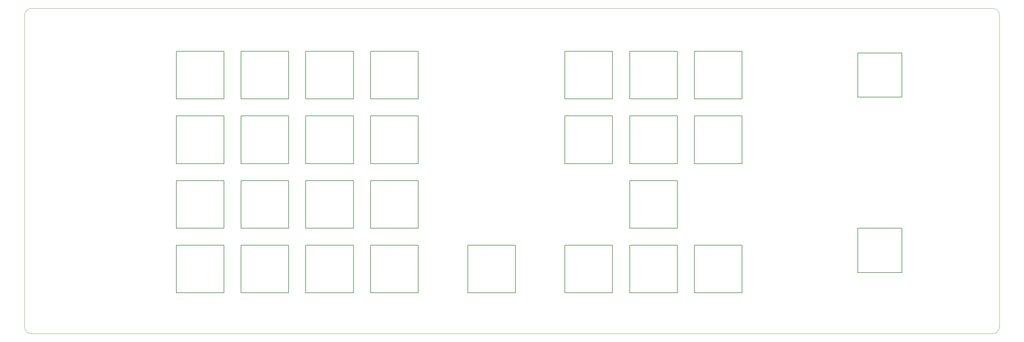
<source format=gm1>
G04 #@! TF.GenerationSoftware,KiCad,Pcbnew,(6.0.7-1)-1*
G04 #@! TF.CreationDate,2022-10-11T23:10:53+02:00*
G04 #@! TF.ProjectId,yts-switchblade,7974732d-7377-4697-9463-68626c616465,rev?*
G04 #@! TF.SameCoordinates,Original*
G04 #@! TF.FileFunction,Profile,NP*
%FSLAX46Y46*%
G04 Gerber Fmt 4.6, Leading zero omitted, Abs format (unit mm)*
G04 Created by KiCad (PCBNEW (6.0.7-1)-1) date 2022-10-11 23:10:53*
%MOMM*%
%LPD*%
G01*
G04 APERTURE LIST*
G04 #@! TA.AperFunction,Profile*
%ADD10C,0.150000*%
G04 #@! TD*
G04 #@! TA.AperFunction,Profile*
%ADD11C,0.100000*%
G04 #@! TD*
G04 APERTURE END LIST*
D10*
X221600000Y-66500000D02*
X235600000Y-66500000D01*
X235600000Y-66500000D02*
X235600000Y-80500000D01*
X235600000Y-80500000D02*
X221600000Y-80500000D01*
X221600000Y-80500000D02*
X221600000Y-66500000D01*
D11*
X330100000Y-128500000D02*
X330100000Y-36900000D01*
D10*
X288500000Y-48000000D02*
X301500000Y-48000000D01*
X301500000Y-48000000D02*
X301500000Y-61000000D01*
X301500000Y-61000000D02*
X288500000Y-61000000D01*
X288500000Y-61000000D02*
X288500000Y-48000000D01*
D11*
X44100000Y-36900000D02*
X44100000Y-128500000D01*
X328100000Y-34900000D02*
X46100000Y-34900000D01*
D10*
X221600000Y-47500000D02*
X235600000Y-47500000D01*
X235600000Y-47500000D02*
X235600000Y-61500000D01*
X235600000Y-61500000D02*
X221600000Y-61500000D01*
X221600000Y-61500000D02*
X221600000Y-47500000D01*
X202600000Y-66500000D02*
X216600000Y-66500000D01*
X216600000Y-66500000D02*
X216600000Y-80500000D01*
X216600000Y-80500000D02*
X202600000Y-80500000D01*
X202600000Y-80500000D02*
X202600000Y-66500000D01*
X145600000Y-66500000D02*
X159600000Y-66500000D01*
X159600000Y-66500000D02*
X159600000Y-80500000D01*
X159600000Y-80500000D02*
X145600000Y-80500000D01*
X145600000Y-80500000D02*
X145600000Y-66500000D01*
X88600000Y-104500000D02*
X102600000Y-104500000D01*
X102600000Y-104500000D02*
X102600000Y-118500000D01*
X102600000Y-118500000D02*
X88600000Y-118500000D01*
X88600000Y-118500000D02*
X88600000Y-104500000D01*
X107600000Y-66500000D02*
X121600000Y-66500000D01*
X121600000Y-66500000D02*
X121600000Y-80500000D01*
X121600000Y-80500000D02*
X107600000Y-80500000D01*
X107600000Y-80500000D02*
X107600000Y-66500000D01*
D11*
X46100000Y-130500000D02*
X328100000Y-130500000D01*
D10*
X88600000Y-66500000D02*
X102600000Y-66500000D01*
X102600000Y-66500000D02*
X102600000Y-80500000D01*
X102600000Y-80500000D02*
X88600000Y-80500000D01*
X88600000Y-80500000D02*
X88600000Y-66500000D01*
X240600000Y-104500000D02*
X254600000Y-104500000D01*
X254600000Y-104500000D02*
X254600000Y-118500000D01*
X254600000Y-118500000D02*
X240600000Y-118500000D01*
X240600000Y-118500000D02*
X240600000Y-104500000D01*
X145600000Y-85500000D02*
X159600000Y-85500000D01*
X159600000Y-85500000D02*
X159600000Y-99500000D01*
X159600000Y-99500000D02*
X145600000Y-99500000D01*
X145600000Y-99500000D02*
X145600000Y-85500000D01*
D11*
X46100000Y-34900000D02*
G75*
G03*
X44100000Y-36900000I0J-2000000D01*
G01*
X330100000Y-36900000D02*
G75*
G03*
X328100000Y-34900000I-2000000J0D01*
G01*
D10*
X145600000Y-104500000D02*
X159600000Y-104500000D01*
X159600000Y-104500000D02*
X159600000Y-118500000D01*
X159600000Y-118500000D02*
X145600000Y-118500000D01*
X145600000Y-118500000D02*
X145600000Y-104500000D01*
X126600000Y-47500000D02*
X140600000Y-47500000D01*
X140600000Y-47500000D02*
X140600000Y-61500000D01*
X140600000Y-61500000D02*
X126600000Y-61500000D01*
X126600000Y-61500000D02*
X126600000Y-47500000D01*
X88600000Y-85500000D02*
X102600000Y-85500000D01*
X102600000Y-85500000D02*
X102600000Y-99500000D01*
X102600000Y-99500000D02*
X88600000Y-99500000D01*
X88600000Y-99500000D02*
X88600000Y-85500000D01*
X126600000Y-104500000D02*
X140600000Y-104500000D01*
X140600000Y-104500000D02*
X140600000Y-118500000D01*
X140600000Y-118500000D02*
X126600000Y-118500000D01*
X126600000Y-118500000D02*
X126600000Y-104500000D01*
X221600000Y-104500000D02*
X235600000Y-104500000D01*
X235600000Y-104500000D02*
X235600000Y-118500000D01*
X235600000Y-118500000D02*
X221600000Y-118500000D01*
X221600000Y-118500000D02*
X221600000Y-104500000D01*
X240600000Y-66500000D02*
X254600000Y-66500000D01*
X254600000Y-66500000D02*
X254600000Y-80500000D01*
X254600000Y-80500000D02*
X240600000Y-80500000D01*
X240600000Y-80500000D02*
X240600000Y-66500000D01*
X174100000Y-104500000D02*
X188100000Y-104500000D01*
X188100000Y-104500000D02*
X188100000Y-118500000D01*
X188100000Y-118500000D02*
X174100000Y-118500000D01*
X174100000Y-118500000D02*
X174100000Y-104500000D01*
X145600000Y-47500000D02*
X159600000Y-47500000D01*
X159600000Y-47500000D02*
X159600000Y-61500000D01*
X159600000Y-61500000D02*
X145600000Y-61500000D01*
X145600000Y-61500000D02*
X145600000Y-47500000D01*
D11*
X44100000Y-128500000D02*
G75*
G03*
X46100000Y-130500000I2000000J0D01*
G01*
D10*
X107600000Y-104500000D02*
X121600000Y-104500000D01*
X121600000Y-104500000D02*
X121600000Y-118500000D01*
X121600000Y-118500000D02*
X107600000Y-118500000D01*
X107600000Y-118500000D02*
X107600000Y-104500000D01*
X107600000Y-47500000D02*
X121600000Y-47500000D01*
X121600000Y-47500000D02*
X121600000Y-61500000D01*
X121600000Y-61500000D02*
X107600000Y-61500000D01*
X107600000Y-61500000D02*
X107600000Y-47500000D01*
X202600000Y-104500000D02*
X216600000Y-104500000D01*
X216600000Y-104500000D02*
X216600000Y-118500000D01*
X216600000Y-118500000D02*
X202600000Y-118500000D01*
X202600000Y-118500000D02*
X202600000Y-104500000D01*
X240600000Y-47500000D02*
X254600000Y-47500000D01*
X254600000Y-47500000D02*
X254600000Y-61500000D01*
X254600000Y-61500000D02*
X240600000Y-61500000D01*
X240600000Y-61500000D02*
X240600000Y-47500000D01*
X88600000Y-47500000D02*
X102600000Y-47500000D01*
X102600000Y-47500000D02*
X102600000Y-61500000D01*
X102600000Y-61500000D02*
X88600000Y-61500000D01*
X88600000Y-61500000D02*
X88600000Y-47500000D01*
D11*
X328100000Y-130500000D02*
G75*
G03*
X330100000Y-128500000I0J2000000D01*
G01*
D10*
X221600000Y-85500000D02*
X235600000Y-85500000D01*
X235600000Y-85500000D02*
X235600000Y-99500000D01*
X235600000Y-99500000D02*
X221600000Y-99500000D01*
X221600000Y-99500000D02*
X221600000Y-85500000D01*
X202600000Y-47500000D02*
X216600000Y-47500000D01*
X216600000Y-47500000D02*
X216600000Y-61500000D01*
X216600000Y-61500000D02*
X202600000Y-61500000D01*
X202600000Y-61500000D02*
X202600000Y-47500000D01*
X126600000Y-85500000D02*
X140600000Y-85500000D01*
X140600000Y-85500000D02*
X140600000Y-99500000D01*
X140600000Y-99500000D02*
X126600000Y-99500000D01*
X126600000Y-99500000D02*
X126600000Y-85500000D01*
X288500000Y-99500000D02*
X301500000Y-99500000D01*
X301500000Y-99500000D02*
X301500000Y-112500000D01*
X301500000Y-112500000D02*
X288500000Y-112500000D01*
X288500000Y-112500000D02*
X288500000Y-99500000D01*
X126600000Y-66500000D02*
X140600000Y-66500000D01*
X140600000Y-66500000D02*
X140600000Y-80500000D01*
X140600000Y-80500000D02*
X126600000Y-80500000D01*
X126600000Y-80500000D02*
X126600000Y-66500000D01*
X107600000Y-85500000D02*
X121600000Y-85500000D01*
X121600000Y-85500000D02*
X121600000Y-99500000D01*
X121600000Y-99500000D02*
X107600000Y-99500000D01*
X107600000Y-99500000D02*
X107600000Y-85500000D01*
M02*

</source>
